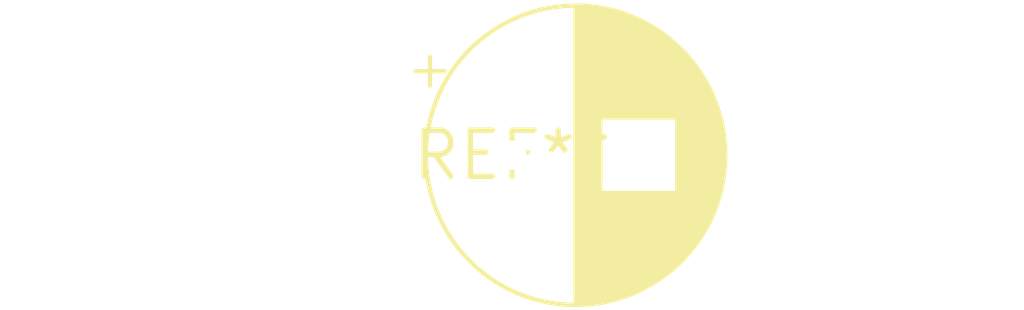
<source format=kicad_pcb>
(kicad_pcb (version 20240108) (generator pcbnew)
  (layers (0 "F.Cu" signal) (31 "B.Cu" signal) (34 "B.Paste" user) (35 "F.Paste" user) (36 "B.SilkS" user "B.Silkscreen") (37 "F.SilkS" user "F.Silkscreen") (38 "B.Mask" user) (39 "F.Mask" user) (44 "Edge.Cuts" user))
  (net 0 "")
  (footprint "CP_Radial_D8.0mm_P3.50mm" (layer "F.Cu") (at 0 0)
    (property "Reference" "REF**")
    (property "Value" "CP_Radial_D8.0mm_P3.50mm")
    (fp_line (start -2.659698 -2.315) (end -1.859698 -2.315) (layer "F.SilkS") (stroke (width 0.12)))
    (fp_line (start -2.259698 -2.715) (end -2.259698 -1.915) (layer "F.SilkS") (stroke (width 0.12)))
    (fp_line (start 1.75 -4.08) (end 1.75 4.08) (layer "F.SilkS") (stroke (width 0.12)))
    (fp_line (start 1.79 -4.08) (end 1.79 4.08) (layer "F.SilkS") (stroke (width 0.12)))
    (fp_line (start 1.83 -4.08) (end 1.83 4.08) (layer "F.SilkS") (stroke (width 0.12)))
    (fp_line (start 1.87 -4.079) (end 1.87 4.079) (layer "F.SilkS") (stroke (width 0.12)))
    (fp_line (start 1.91 -4.077) (end 1.91 4.077) (layer "F.SilkS") (stroke (width 0.12)))
    (fp_line (start 1.95 -4.076) (end 1.95 4.076) (layer "F.SilkS") (stroke (width 0.12)))
    (fp_line (start 1.99 -4.074) (end 1.99 4.074) (layer "F.SilkS") (stroke (width 0.12)))
    (fp_line (start 2.03 -4.071) (end 2.03 4.071) (layer "F.SilkS") (stroke (width 0.12)))
    (fp_line (start 2.07 -4.068) (end 2.07 4.068) (layer "F.SilkS") (stroke (width 0.12)))
    (fp_line (start 2.11 -4.065) (end 2.11 4.065) (layer "F.SilkS") (stroke (width 0.12)))
    (fp_line (start 2.15 -4.061) (end 2.15 4.061) (layer "F.SilkS") (stroke (width 0.12)))
    (fp_line (start 2.19 -4.057) (end 2.19 4.057) (layer "F.SilkS") (stroke (width 0.12)))
    (fp_line (start 2.23 -4.052) (end 2.23 4.052) (layer "F.SilkS") (stroke (width 0.12)))
    (fp_line (start 2.27 -4.048) (end 2.27 4.048) (layer "F.SilkS") (stroke (width 0.12)))
    (fp_line (start 2.31 -4.042) (end 2.31 4.042) (layer "F.SilkS") (stroke (width 0.12)))
    (fp_line (start 2.35 -4.037) (end 2.35 4.037) (layer "F.SilkS") (stroke (width 0.12)))
    (fp_line (start 2.39 -4.03) (end 2.39 4.03) (layer "F.SilkS") (stroke (width 0.12)))
    (fp_line (start 2.43 -4.024) (end 2.43 4.024) (layer "F.SilkS") (stroke (width 0.12)))
    (fp_line (start 2.471 -4.017) (end 2.471 -1.04) (layer "F.SilkS") (stroke (width 0.12)))
    (fp_line (start 2.471 1.04) (end 2.471 4.017) (layer "F.SilkS") (stroke (width 0.12)))
    (fp_line (start 2.511 -4.01) (end 2.511 -1.04) (layer "F.SilkS") (stroke (width 0.12)))
    (fp_line (start 2.511 1.04) (end 2.511 4.01) (layer "F.SilkS") (stroke (width 0.12)))
    (fp_line (start 2.551 -4.002) (end 2.551 -1.04) (layer "F.SilkS") (stroke (width 0.12)))
    (fp_line (start 2.551 1.04) (end 2.551 4.002) (layer "F.SilkS") (stroke (width 0.12)))
    (fp_line (start 2.591 -3.994) (end 2.591 -1.04) (layer "F.SilkS") (stroke (width 0.12)))
    (fp_line (start 2.591 1.04) (end 2.591 3.994) (layer "F.SilkS") (stroke (width 0.12)))
    (fp_line (start 2.631 -3.985) (end 2.631 -1.04) (layer "F.SilkS") (stroke (width 0.12)))
    (fp_line (start 2.631 1.04) (end 2.631 3.985) (layer "F.SilkS") (stroke (width 0.12)))
    (fp_line (start 2.671 -3.976) (end 2.671 -1.04) (layer "F.SilkS") (stroke (width 0.12)))
    (fp_line (start 2.671 1.04) (end 2.671 3.976) (layer "F.SilkS") (stroke (width 0.12)))
    (fp_line (start 2.711 -3.967) (end 2.711 -1.04) (layer "F.SilkS") (stroke (width 0.12)))
    (fp_line (start 2.711 1.04) (end 2.711 3.967) (layer "F.SilkS") (stroke (width 0.12)))
    (fp_line (start 2.751 -3.957) (end 2.751 -1.04) (layer "F.SilkS") (stroke (width 0.12)))
    (fp_line (start 2.751 1.04) (end 2.751 3.957) (layer "F.SilkS") (stroke (width 0.12)))
    (fp_line (start 2.791 -3.947) (end 2.791 -1.04) (layer "F.SilkS") (stroke (width 0.12)))
    (fp_line (start 2.791 1.04) (end 2.791 3.947) (layer "F.SilkS") (stroke (width 0.12)))
    (fp_line (start 2.831 -3.936) (end 2.831 -1.04) (layer "F.SilkS") (stroke (width 0.12)))
    (fp_line (start 2.831 1.04) (end 2.831 3.936) (layer "F.SilkS") (stroke (width 0.12)))
    (fp_line (start 2.871 -3.925) (end 2.871 -1.04) (layer "F.SilkS") (stroke (width 0.12)))
    (fp_line (start 2.871 1.04) (end 2.871 3.925) (layer "F.SilkS") (stroke (width 0.12)))
    (fp_line (start 2.911 -3.914) (end 2.911 -1.04) (layer "F.SilkS") (stroke (width 0.12)))
    (fp_line (start 2.911 1.04) (end 2.911 3.914) (layer "F.SilkS") (stroke (width 0.12)))
    (fp_line (start 2.951 -3.902) (end 2.951 -1.04) (layer "F.SilkS") (stroke (width 0.12)))
    (fp_line (start 2.951 1.04) (end 2.951 3.902) (layer "F.SilkS") (stroke (width 0.12)))
    (fp_line (start 2.991 -3.889) (end 2.991 -1.04) (layer "F.SilkS") (stroke (width 0.12)))
    (fp_line (start 2.991 1.04) (end 2.991 3.889) (layer "F.SilkS") (stroke (width 0.12)))
    (fp_line (start 3.031 -3.877) (end 3.031 -1.04) (layer "F.SilkS") (stroke (width 0.12)))
    (fp_line (start 3.031 1.04) (end 3.031 3.877) (layer "F.SilkS") (stroke (width 0.12)))
    (fp_line (start 3.071 -3.863) (end 3.071 -1.04) (layer "F.SilkS") (stroke (width 0.12)))
    (fp_line (start 3.071 1.04) (end 3.071 3.863) (layer "F.SilkS") (stroke (width 0.12)))
    (fp_line (start 3.111 -3.85) (end 3.111 -1.04) (layer "F.SilkS") (stroke (width 0.12)))
    (fp_line (start 3.111 1.04) (end 3.111 3.85) (layer "F.SilkS") (stroke (width 0.12)))
    (fp_line (start 3.151 -3.835) (end 3.151 -1.04) (layer "F.SilkS") (stroke (width 0.12)))
    (fp_line (start 3.151 1.04) (end 3.151 3.835) (layer "F.SilkS") (stroke (width 0.12)))
    (fp_line (start 3.191 -3.821) (end 3.191 -1.04) (layer "F.SilkS") (stroke (width 0.12)))
    (fp_line (start 3.191 1.04) (end 3.191 3.821) (layer "F.SilkS") (stroke (width 0.12)))
    (fp_line (start 3.231 -3.805) (end 3.231 -1.04) (layer "F.SilkS") (stroke (width 0.12)))
    (fp_line (start 3.231 1.04) (end 3.231 3.805) (layer "F.SilkS") (stroke (width 0.12)))
    (fp_line (start 3.271 -3.79) (end 3.271 -1.04) (layer "F.SilkS") (stroke (width 0.12)))
    (fp_line (start 3.271 1.04) (end 3.271 3.79) (layer "F.SilkS") (stroke (width 0.12)))
    (fp_line (start 3.311 -3.774) (end 3.311 -1.04) (layer "F.SilkS") (stroke (width 0.12)))
    (fp_line (start 3.311 1.04) (end 3.311 3.774) (layer "F.SilkS") (stroke (width 0.12)))
    (fp_line (start 3.351 -3.757) (end 3.351 -1.04) (layer "F.SilkS") (stroke (width 0.12)))
    (fp_line (start 3.351 1.04) (end 3.351 3.757) (layer "F.SilkS") (stroke (width 0.12)))
    (fp_line (start 3.391 -3.74) (end 3.391 -1.04) (layer "F.SilkS") (stroke (width 0.12)))
    (fp_line (start 3.391 1.04) (end 3.391 3.74) (layer "F.SilkS") (stroke (width 0.12)))
    (fp_line (start 3.431 -3.722) (end 3.431 -1.04) (layer "F.SilkS") (stroke (width 0.12)))
    (fp_line (start 3.431 1.04) (end 3.431 3.722) (layer "F.SilkS") (stroke (width 0.12)))
    (fp_line (start 3.471 -3.704) (end 3.471 -1.04) (layer "F.SilkS") (stroke (width 0.12)))
    (fp_line (start 3.471 1.04) (end 3.471 3.704) (layer "F.SilkS") (stroke (width 0.12)))
    (fp_line (start 3.511 -3.686) (end 3.511 -1.04) (layer "F.SilkS") (stroke (width 0.12)))
    (fp_line (start 3.511 1.04) (end 3.511 3.686) (layer "F.SilkS") (stroke (width 0.12)))
    (fp_line (start 3.551 -3.666) (end 3.551 -1.04) (layer "F.SilkS") (stroke (width 0.12)))
    (fp_line (start 3.551 1.04) (end 3.551 3.666) (layer "F.SilkS") (stroke (width 0.12)))
    (fp_line (start 3.591 -3.647) (end 3.591 -1.04) (layer "F.SilkS") (stroke (width 0.12)))
    (fp_line (start 3.591 1.04) (end 3.591 3.647) (layer "F.SilkS") (stroke (width 0.12)))
    (fp_line (start 3.631 -3.627) (end 3.631 -1.04) (layer "F.SilkS") (stroke (width 0.12)))
    (fp_line (start 3.631 1.04) (end 3.631 3.627) (layer "F.SilkS") (stroke (width 0.12)))
    (fp_line (start 3.671 -3.606) (end 3.671 -1.04) (layer "F.SilkS") (stroke (width 0.12)))
    (fp_line (start 3.671 1.04) (end 3.671 3.606) (layer "F.SilkS") (stroke (width 0.12)))
    (fp_line (start 3.711 -3.584) (end 3.711 -1.04) (layer "F.SilkS") (stroke (width 0.12)))
    (fp_line (start 3.711 1.04) (end 3.711 3.584) (layer "F.SilkS") (stroke (width 0.12)))
    (fp_line (start 3.751 -3.562) (end 3.751 -1.04) (layer "F.SilkS") (stroke (width 0.12)))
    (fp_line (start 3.751 1.04) (end 3.751 3.562) (layer "F.SilkS") (stroke (width 0.12)))
    (fp_line (start 3.791 -3.54) (end 3.791 -1.04) (layer "F.SilkS") (stroke (width 0.12)))
    (fp_line (start 3.791 1.04) (end 3.791 3.54) (layer "F.SilkS") (stroke (width 0.12)))
    (fp_line (start 3.831 -3.517) (end 3.831 -1.04) (layer "F.SilkS") (stroke (width 0.12)))
    (fp_line (start 3.831 1.04) (end 3.831 3.517) (layer "F.SilkS") (stroke (width 0.12)))
    (fp_line (start 3.871 -3.493) (end 3.871 -1.04) (layer "F.SilkS") (stroke (width 0.12)))
    (fp_line (start 3.871 1.04) (end 3.871 3.493) (layer "F.SilkS") (stroke (width 0.12)))
    (fp_line (start 3.911 -3.469) (end 3.911 -1.04) (layer "F.SilkS") (stroke (width 0.12)))
    (fp_line (start 3.911 1.04) (end 3.911 3.469) (layer "F.SilkS") (stroke (width 0.12)))
    (fp_line (start 3.951 -3.444) (end 3.951 -1.04) (layer "F.SilkS") (stroke (width 0.12)))
    (fp_line (start 3.951 1.04) (end 3.951 3.444) (layer "F.SilkS") (stroke (width 0.12)))
    (fp_line (start 3.991 -3.418) (end 3.991 -1.04) (layer "F.SilkS") (stroke (width 0.12)))
    (fp_line (start 3.991 1.04) (end 3.991 3.418) (layer "F.SilkS") (stroke (width 0.12)))
    (fp_line (start 4.031 -3.392) (end 4.031 -1.04) (layer "F.SilkS") (stroke (width 0.12)))
    (fp_line (start 4.031 1.04) (end 4.031 3.392) (layer "F.SilkS") (stroke (width 0.12)))
    (fp_line (start 4.071 -3.365) (end 4.071 -1.04) (layer "F.SilkS") (stroke (width 0.12)))
    (fp_line (start 4.071 1.04) (end 4.071 3.365) (layer "F.SilkS") (stroke (width 0.12)))
    (fp_line (start 4.111 -3.338) (end 4.111 -1.04) (layer "F.SilkS") (stroke (width 0.12)))
    (fp_line (start 4.111 1.04) (end 4.111 3.338) (layer "F.SilkS") (stroke (width 0.12)))
    (fp_line (start 4.151 -3.309) (end 4.151 -1.04) (layer "F.SilkS") (stroke (width 0.12)))
    (fp_line (start 4.151 1.04) (end 4.151 3.309) (layer "F.SilkS") (stroke (width 0.12)))
    (fp_line (start 4.191 -3.28) (end 4.191 -1.04) (layer "F.SilkS") (stroke (width 0.12)))
    (fp_line (start 4.191 1.04) (end 4.191 3.28) (layer "F.SilkS") (stroke (width 0.12)))
    (fp_line (start 4.231 -3.25) (end 4.231 -1.04) (layer "F.SilkS") (stroke (width 0.12)))
    (fp_line (start 4.231 1.04) (end 4.231 3.25) (layer "F.SilkS") (stroke (width 0.12)))
    (fp_line (start 4.271 -3.22) (end 4.271 -1.04) (layer "F.SilkS") (stroke (width 0.12)))
    (fp_line (start 4.271 1.04) (end 4.271 3.22) (layer "F.SilkS") (stroke (width 0.12)))
    (fp_line (start 4.311 -3.189) (end 4.311 -1.04) (layer "F.SilkS") (stroke (width 0.12)))
    (fp_line (start 4.311 1.04) (end 4.311 3.189) (layer "F.SilkS") (stroke (width 0.12)))
    (fp_line (start 4.351 -3.156) (end 4.351 -1.04) (layer "F.SilkS") (stroke (width 0.12)))
    (fp_line (start 4.351 1.04) (end 4.351 3.156) (layer "F.SilkS") (stroke (width 0.12)))
    (fp_line (start 4.391 -3.124) (end 4.391 -1.04) (layer "F.SilkS") (stroke (width 0.12)))
    (fp_line (start 4.391 1.04) (end 4.391 3.124) (layer "F.SilkS") (stroke (width 0.12)))
    (fp_line (start 4.431 -3.09) (end 4.431 -1.04) (layer "F.SilkS") (stroke (width 0.12)))
    (fp_line (start 4.431 1.04) (end 4.431 3.09) (layer "F.SilkS") (stroke (width 0.12)))
    (fp_line (start 4.471 -3.055) (end 4.471 -1.04) (layer "F.SilkS") (stroke (width 0.12)))
    (fp_line (start 4.471 1.04) (end 4.471 3.055) (layer "F.SilkS") (stroke (width 0.12)))
    (fp_line (start 4.511 -3.019) (end 4.511 -1.04) (layer "F.SilkS") (stroke (width 0.12)))
    (fp_line (start 4.511 1.04) (end 4.511 3.019) (layer "F.SilkS") (stroke (width 0.12)))
    (fp_line (start 4.551 -2.983) (end 4.551 2.983) (layer "F.SilkS") (stroke (width 0.12)))
    (fp_line (start 4.591 -2.945) (end 4.591 2.945) (layer "F.SilkS") (stroke (width 0.12)))
    (fp_line (start 4.631 -2.907) (end 4.631 2.907) (layer "F.SilkS") (stroke (width 0.12)))
    (fp_line (start 4.671 -2.867) (end 4.671 2.867) (layer "F.SilkS") (stroke (width 0.12)))
    (fp_line (start 4.711 -2.826) (end 4.711 2.826) (layer "F.SilkS") (stroke (width 0.12)))
    (fp_line (start 4.751 -2.784) (end 4.751 2.784) (layer "F.SilkS") (stroke (width 0.12)))
    (fp_line (start 4.791 -2.741) (end 4.791 2.741) (layer "F.SilkS") (stroke (width 0.12)))
    (fp_line (start 4.831 -2.697) (end 4.831 2.697) (layer "F.SilkS") (stroke (width 0.12)))
    (fp_line (start 4.871 -2.651) (end 4.871 2.651) (layer "F.SilkS") (stroke (width 0.12)))
    (fp_line (start 4.911 -2.604) (end 4.911 2.604) (layer "F.SilkS") (stroke (width 0.12)))
    (fp_line (start 4.951 -2.556) (end 4.951 2.556) (layer "F.SilkS") (stroke (width 0.12)))
    (fp_line (start 4.991 -2.505) (end 4.991 2.505) (layer "F.SilkS") (stroke (width 0.12)))
    (fp_line (start 5.031 -2.454) (end 5.031 2.454) (layer "F.SilkS") (stroke (width 0.12)))
    (fp_line (start 5.071 -2.4) (end 5.071 2.4) (layer "F.SilkS") (stroke (width 0.12)))
    (fp_line (start 5.111 -2.345) (end 5.111 2.345) (layer "F.SilkS") (stroke (width 0.12)))
    (fp_line (start 5.151 -2.287) (end 5.151 2.287) (layer "F.SilkS") (stroke (width 0.12)))
    (fp_line (start 5.191 -2.228) (end 5.191 2.228) (layer "F.SilkS") (stroke (width 0.12)))
    (fp_line (start 5.231 -2.166) (end 5.231 2.166) (layer "F.SilkS") (stroke (width 0.12)))
    (fp_line (start 5.271 -2.102) (end 5.271 2.102) (layer "F.SilkS") (stroke (width 0.12)))
    (fp_line (start 5.311 -2.034) (end 5.311 2.034) (layer "F.SilkS") (stroke (width 0.12)))
    (fp_line (start 5.351 -1.964) (end 5.351 1.964) (layer "F.SilkS") (stroke (width 0.12)))
    (fp_line (start 5.391 -1.89) (end 5.391 1.89) (layer "F.SilkS") (stroke (width 0.12)))
    (fp_line (start 5.431 -1.813) (end 5.431 1.813) (layer "F.SilkS") (stroke (width 0.12)))
    (fp_line (start 5.471 -1.731) (end 5.471 1.731) (layer "F.SilkS") (stroke (width 0.12)))
    (fp_line (start 5.511 -1.645) (end 5.511 1.645) (layer "F.SilkS") (stroke (width 0.12)))
    (fp_line (start 5.551 -1.552) (end 5.551 1.552) (layer "F.SilkS") (stroke (width 0.12)))
    (fp_line (start 5.591 -1.453) (end 5.591 1.453) (layer "F.SilkS") (stroke (width 0.12)))
    (fp_line (start 5.631 -1.346) (end 5.631 1.346) (layer "F.SilkS") (stroke (width 0.12)))
    (fp_line (start 5.671 -1.229) (end 5.671 1.229) (layer "F.SilkS") (stroke (width 0.12)))
    (fp_line (start 5.711 -1.098) (end 5.711 1.098) (layer "F.SilkS") (stroke (width 0.12)))
    (fp_line (start 5.751 -0.948) (end 5.751 0.948) (layer "F.SilkS") (stroke (width 0.12)))
    (fp_line (start 5.791 -0.768) (end 5.791 0.768) (layer "F.SilkS") (stroke (width 0.12)))
    (fp_line (start 5.831 -0.533) (end 5.831 0.533) (layer "F.SilkS") (stroke (width 0.12)))
    (fp_circle (center 1.75 0) (end 5.87 0) (layer "F.SilkS") (stroke (width 0.12)) (fill none))
    (pad "1" thru_hole rect (at 0 0) (size 1.6 1.6) (drill 0.8) (layers *.Cu *.Mask) (remove_unused_layers))
    (pad "2" thru_hole circle (at 3.5 0) (size 1.6 1.6) (drill 0.8) (layers *.Cu *.Mask) (remove_unused_layers))
  )
)
</source>
